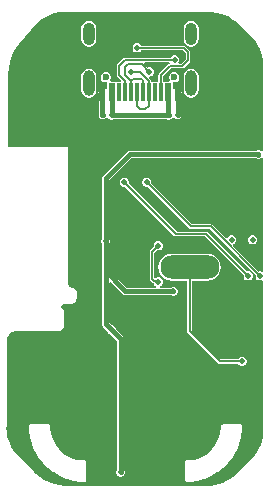
<source format=gbl>
G04*
G04 #@! TF.GenerationSoftware,Altium Limited,Altium Designer,21.7.2 (23)*
G04*
G04 Layer_Physical_Order=2*
G04 Layer_Color=16711680*
%FSLAX25Y25*%
%MOIN*%
G70*
G04*
G04 #@! TF.SameCoordinates,D0A3D993-BCFD-4162-BC10-8A45587FADB4*
G04*
G04*
G04 #@! TF.FilePolarity,Positive*
G04*
G01*
G75*
%ADD21R,0.02362X0.05906*%
%ADD22R,0.01181X0.05906*%
%ADD52C,0.01500*%
%ADD53C,0.00500*%
%ADD55O,0.19685X0.07874*%
%ADD56C,0.02362*%
%ADD57O,0.03937X0.08661*%
%ADD58O,0.03937X0.07480*%
%ADD59C,0.02000*%
%ADD60C,0.02559*%
G36*
X69858Y160000D02*
X69858Y160000D01*
X69858Y160000D01*
X70612Y159965D01*
X72105Y159748D01*
X73571Y159385D01*
X74993Y158880D01*
X76359Y158238D01*
X77656Y157465D01*
X78871Y156569D01*
X79992Y155558D01*
X80500Y155000D01*
X85000Y150000D01*
X85000Y150000D01*
X85357Y149557D01*
X85981Y148606D01*
X86509Y147599D01*
X86935Y146544D01*
X87256Y145453D01*
X87468Y144336D01*
X87570Y143203D01*
X87561Y142066D01*
X87500Y141500D01*
X87500Y140500D01*
X87500Y113785D01*
X87000Y113578D01*
X86818Y113760D01*
X86267Y113988D01*
X85670D01*
X85154Y113775D01*
X43000D01*
X42512Y113678D01*
X42099Y113401D01*
X34099Y105401D01*
X33823Y104988D01*
X33726Y104500D01*
Y84343D01*
X33500Y83798D01*
Y83202D01*
X33726Y82657D01*
Y73500D01*
Y56000D01*
X33823Y55512D01*
X34099Y55099D01*
X35503Y53695D01*
X35728Y53150D01*
X36150Y52728D01*
X36464Y52599D01*
X38726Y50337D01*
Y7343D01*
X38500Y6798D01*
Y6202D01*
X38728Y5650D01*
X39150Y5228D01*
X39702Y5000D01*
X40298D01*
X40850Y5228D01*
X41272Y5650D01*
X41500Y6202D01*
Y6798D01*
X41274Y7343D01*
Y50865D01*
X41177Y51352D01*
X40901Y51766D01*
X38500Y54167D01*
Y54298D01*
X38272Y54850D01*
X37850Y55272D01*
X37305Y55497D01*
X36274Y56528D01*
Y69770D01*
X36736Y69961D01*
X40760Y65937D01*
X41174Y65661D01*
X41661Y65564D01*
X56819D01*
X57363Y65339D01*
X57960D01*
X58511Y65567D01*
X58933Y65989D01*
X59161Y66540D01*
Y67137D01*
X58933Y67688D01*
X58511Y68110D01*
X57960Y68339D01*
X57363D01*
X56819Y68113D01*
X53171D01*
X53071Y68613D01*
X53350Y68728D01*
X53772Y69150D01*
X54000Y69702D01*
Y70298D01*
X53772Y70850D01*
X53350Y71272D01*
X52798Y71500D01*
X52202D01*
X51765Y71319D01*
X51402Y71479D01*
X51265Y71593D01*
Y79683D01*
X52117Y80535D01*
X52202Y80500D01*
X52798D01*
X53350Y80728D01*
X53772Y81150D01*
X54000Y81702D01*
Y82298D01*
X53772Y82850D01*
X53350Y83272D01*
X52798Y83500D01*
X52202D01*
X51650Y83272D01*
X51228Y82850D01*
X51000Y82298D01*
Y81702D01*
X51035Y81617D01*
X49959Y80541D01*
X49793Y80293D01*
X49735Y80000D01*
Y71000D01*
X49793Y70707D01*
X49959Y70459D01*
X50722Y69697D01*
X50970Y69531D01*
X51080Y69509D01*
X51228Y69150D01*
X51650Y68728D01*
X51929Y68613D01*
X51829Y68113D01*
X42189D01*
X36274Y74028D01*
Y82657D01*
X36500Y83202D01*
Y83798D01*
X36274Y84343D01*
Y103972D01*
X43528Y111225D01*
X85110D01*
X85119Y111216D01*
X85670Y110988D01*
X86267D01*
X86818Y111216D01*
X87000Y111398D01*
X87500Y111191D01*
X87500Y73751D01*
X87000Y73417D01*
X86798Y73500D01*
X86202D01*
X86117Y73465D01*
X77528Y82054D01*
X77645Y82644D01*
X77850Y82728D01*
X78272Y83150D01*
X78500Y83702D01*
Y84298D01*
X78272Y84850D01*
X77850Y85272D01*
X77298Y85500D01*
X76702D01*
X76150Y85272D01*
X75728Y84850D01*
X75644Y84645D01*
X75054Y84528D01*
X70541Y89041D01*
X70293Y89206D01*
X70000Y89265D01*
X63797D01*
X50205Y102857D01*
X50240Y102942D01*
Y103539D01*
X50012Y104090D01*
X49590Y104512D01*
X49038Y104740D01*
X48442D01*
X47890Y104512D01*
X47469Y104090D01*
X47240Y103539D01*
Y102942D01*
X47469Y102391D01*
X47890Y101969D01*
X48442Y101740D01*
X49038D01*
X49123Y101775D01*
X62940Y87959D01*
X63188Y87793D01*
X63480Y87735D01*
X69683D01*
X85035Y72383D01*
X85000Y72298D01*
Y71702D01*
X85228Y71150D01*
X85650Y70728D01*
X86202Y70500D01*
X86798D01*
X87000Y70583D01*
X87500Y70249D01*
X87500Y21142D01*
X87500Y21142D01*
X87547Y20526D01*
X87519Y19291D01*
X87370Y18065D01*
X87102Y16860D01*
X86717Y15686D01*
X86218Y14556D01*
X85612Y13480D01*
X84903Y12468D01*
X84500Y12000D01*
X79000Y6500D01*
X78547Y6000D01*
X77548Y5093D01*
X76464Y4288D01*
X75307Y3594D01*
X74088Y3016D01*
X72817Y2561D01*
X71509Y2232D01*
X70174Y2034D01*
X69500Y2000D01*
X24142D01*
X24142Y2000D01*
X23252Y1944D01*
X21470Y2007D01*
X19703Y2245D01*
X17967Y2654D01*
X16280Y3232D01*
X14658Y3972D01*
X13116Y4868D01*
X11669Y5910D01*
X11000Y6500D01*
X5500Y12500D01*
X5500D01*
X5059Y12977D01*
X4275Y14014D01*
X3596Y15123D01*
X3030Y16292D01*
X2581Y17512D01*
X2253Y18769D01*
X2050Y20053D01*
X1974Y21351D01*
X2000Y22000D01*
X2000Y50500D01*
X2000Y50500D01*
X2038Y50985D01*
X2115Y51375D01*
X2341Y51921D01*
X2670Y52413D01*
X3087Y52830D01*
X3579Y53159D01*
X4125Y53385D01*
X4704Y53500D01*
X5000Y53500D01*
X20000Y53500D01*
X20195Y53519D01*
X20556Y53668D01*
X20831Y53944D01*
X20981Y54305D01*
X21000Y54500D01*
X21000Y62500D01*
X23000D01*
X23488Y62548D01*
X24389Y62921D01*
X25079Y63611D01*
X25452Y64512D01*
X25500Y65000D01*
X25500Y66500D01*
X25500Y66500D01*
X25500Y66500D01*
X25500Y66501D01*
X25471Y66793D01*
X25405Y66952D01*
X25247Y67333D01*
X24833Y67747D01*
X24293Y67971D01*
X24000Y68000D01*
X24000Y68000D01*
X23702Y68000D01*
X23150Y68228D01*
X22728Y68650D01*
X22500Y69202D01*
X22500Y69500D01*
Y115000D01*
X2500D01*
Y138500D01*
X2500Y138500D01*
X2500D01*
X2507Y139406D01*
X2698Y141208D01*
X3065Y142982D01*
X3604Y144713D01*
X4310Y146381D01*
X5176Y147973D01*
X6194Y149472D01*
X7355Y150864D01*
X8000Y151500D01*
X10000Y154000D01*
X10000Y154000D01*
Y154000D01*
X10454Y154605D01*
X11476Y155720D01*
X12603Y156730D01*
X13823Y157624D01*
X15125Y158394D01*
X16496Y159033D01*
X17924Y159534D01*
X19393Y159893D01*
X20142Y160000D01*
X23000Y160000D01*
X69858Y160000D01*
D02*
G37*
%LPC*%
G36*
X63528Y157056D02*
X62564Y156865D01*
X61748Y156319D01*
X61202Y155502D01*
X61011Y154539D01*
Y150996D01*
X61202Y150033D01*
X61748Y149216D01*
X62564Y148671D01*
X63528Y148479D01*
X64491Y148671D01*
X65307Y149216D01*
X65853Y150033D01*
X66044Y150996D01*
Y154539D01*
X65853Y155502D01*
X65307Y156319D01*
X64491Y156865D01*
X63528Y157056D01*
D02*
G37*
G36*
X29472D02*
X28509Y156865D01*
X27693Y156319D01*
X27147Y155502D01*
X26956Y154539D01*
Y150996D01*
X27147Y150033D01*
X27693Y149216D01*
X28509Y148671D01*
X29472Y148479D01*
X30436Y148671D01*
X31252Y149216D01*
X31798Y150033D01*
X31989Y150996D01*
Y154539D01*
X31798Y155502D01*
X31252Y156319D01*
X30436Y156865D01*
X29472Y157056D01*
D02*
G37*
G36*
X45798Y149500D02*
X45202D01*
X44650Y149272D01*
X44228Y148850D01*
X44000Y148298D01*
Y147702D01*
X44228Y147150D01*
X44650Y146728D01*
X45202Y146500D01*
X45798D01*
X46350Y146728D01*
X46772Y147150D01*
X46807Y147235D01*
X60683D01*
X61735Y146183D01*
Y144317D01*
X60183Y142765D01*
X59539D01*
X59319Y143265D01*
X59500Y143702D01*
Y144298D01*
X59272Y144850D01*
X58850Y145272D01*
X58298Y145500D01*
X57702D01*
X57150Y145272D01*
X56728Y144850D01*
X56693Y144765D01*
X41500D01*
X41500Y144765D01*
X41207Y144706D01*
X40959Y144541D01*
X38959Y142541D01*
X38794Y142293D01*
X38735Y142000D01*
Y139000D01*
X38794Y138707D01*
X38959Y138459D01*
X40224Y137194D01*
X40033Y136732D01*
X36699D01*
X36492Y137232D01*
X36508Y137249D01*
X36764Y137866D01*
Y138535D01*
X36508Y139153D01*
X36035Y139626D01*
X35417Y139882D01*
X34748D01*
X34130Y139626D01*
X33658Y139153D01*
X33402Y138535D01*
Y137866D01*
X33658Y137249D01*
X34130Y136776D01*
X34748Y136520D01*
X35370D01*
Y134256D01*
X34870Y134104D01*
X34852Y134132D01*
X34803Y134181D01*
X34389Y134457D01*
X33902Y134554D01*
X33414Y134457D01*
X33000Y134181D01*
X32724Y133767D01*
X32627Y133280D01*
X32676Y133032D01*
Y125549D01*
X32773Y125062D01*
X33050Y124648D01*
X33099Y124599D01*
X33512Y124322D01*
X34000Y124225D01*
X34488Y124322D01*
X34901Y124599D01*
X35091Y124883D01*
X35552Y124896D01*
X35638Y124869D01*
X35728Y124650D01*
X36150Y124228D01*
X36702Y124000D01*
X37298D01*
X37843Y124225D01*
X55157D01*
X55702Y124000D01*
X56298D01*
X56850Y124228D01*
X57272Y124650D01*
X57362Y124869D01*
X57448Y124896D01*
X57909Y124883D01*
X58099Y124599D01*
X58512Y124322D01*
X59000Y124225D01*
X59488Y124322D01*
X59901Y124599D01*
X59950Y124648D01*
X60227Y125062D01*
X60324Y125549D01*
Y133032D01*
X60373Y133280D01*
X60276Y133767D01*
X60000Y134181D01*
X59586Y134457D01*
X59098Y134554D01*
X58611Y134457D01*
X58197Y134181D01*
X58148Y134132D01*
X58130Y134104D01*
X57630Y134256D01*
Y136520D01*
X58252D01*
X58870Y136776D01*
X59342Y137249D01*
X59598Y137866D01*
Y138535D01*
X59342Y139153D01*
X58870Y139626D01*
X58252Y139882D01*
X57583D01*
X56965Y139626D01*
X56492Y139153D01*
X56236Y138535D01*
Y137866D01*
X56492Y137249D01*
X56508Y137232D01*
X56301Y136732D01*
X54154D01*
Y138573D01*
X56817Y141235D01*
X60500D01*
X60793Y141294D01*
X61041Y141459D01*
X63041Y143459D01*
X63206Y143707D01*
X63265Y144000D01*
X63265Y144000D01*
Y146500D01*
X63206Y146793D01*
X63041Y147041D01*
X61541Y148541D01*
X61293Y148706D01*
X61000Y148765D01*
X46807D01*
X46772Y148850D01*
X46350Y149272D01*
X45798Y149500D01*
D02*
G37*
G36*
X63528Y141111D02*
X62564Y140920D01*
X61748Y140374D01*
X61202Y139558D01*
X61011Y138594D01*
Y133870D01*
X61202Y132907D01*
X61748Y132090D01*
X62564Y131545D01*
X63528Y131353D01*
X64491Y131545D01*
X65307Y132090D01*
X65853Y132907D01*
X66044Y133870D01*
Y138594D01*
X65853Y139558D01*
X65307Y140374D01*
X64491Y140920D01*
X63528Y141111D01*
D02*
G37*
G36*
X29472D02*
X28509Y140920D01*
X27693Y140374D01*
X27147Y139558D01*
X26956Y138594D01*
Y133870D01*
X27147Y132907D01*
X27693Y132090D01*
X28509Y131545D01*
X29472Y131353D01*
X30436Y131545D01*
X31252Y132090D01*
X31798Y132907D01*
X31989Y133870D01*
Y138594D01*
X31798Y139558D01*
X31252Y140374D01*
X30436Y140920D01*
X29472Y141111D01*
D02*
G37*
G36*
X84298Y85500D02*
X83702D01*
X83150Y85272D01*
X82728Y84850D01*
X82500Y84298D01*
Y83702D01*
X82728Y83150D01*
X83150Y82728D01*
X83702Y82500D01*
X84298D01*
X84850Y82728D01*
X85272Y83150D01*
X85500Y83702D01*
Y84298D01*
X85272Y84850D01*
X84850Y85272D01*
X84298Y85500D01*
D02*
G37*
G36*
X41558Y104760D02*
X40962D01*
X40410Y104532D01*
X39988Y104110D01*
X39760Y103558D01*
Y102962D01*
X39988Y102410D01*
X40410Y101988D01*
X40962Y101760D01*
X41558D01*
X41643Y101795D01*
X57979Y85459D01*
X58227Y85294D01*
X58520Y85235D01*
X68183D01*
X81035Y72383D01*
X81000Y72298D01*
Y71702D01*
X81228Y71150D01*
X81650Y70728D01*
X82202Y70500D01*
X82798D01*
X83350Y70728D01*
X83772Y71150D01*
X84000Y71702D01*
Y72298D01*
X83772Y72850D01*
X83350Y73272D01*
X82798Y73500D01*
X82202D01*
X82117Y73465D01*
X69041Y86541D01*
X68793Y86707D01*
X68500Y86765D01*
X58836D01*
X42725Y102876D01*
X42760Y102962D01*
Y103558D01*
X42531Y104110D01*
X42110Y104532D01*
X41558Y104760D01*
D02*
G37*
G36*
X68906Y79428D02*
X57095D01*
X55936Y79276D01*
X54857Y78829D01*
X53930Y78117D01*
X53219Y77190D01*
X52772Y76111D01*
X52619Y74953D01*
X52772Y73795D01*
X53219Y72715D01*
X53930Y71788D01*
X54857Y71077D01*
X55936Y70630D01*
X57095Y70477D01*
X62235D01*
Y53500D01*
X62293Y53207D01*
X62459Y52959D01*
X72459Y42959D01*
X72459Y42959D01*
X72707Y42794D01*
X73000Y42735D01*
X73000Y42735D01*
X79193D01*
X79228Y42650D01*
X79650Y42228D01*
X80202Y42000D01*
X80798D01*
X81350Y42228D01*
X81772Y42650D01*
X82000Y43202D01*
Y43798D01*
X81772Y44350D01*
X81350Y44772D01*
X80798Y45000D01*
X80202D01*
X79650Y44772D01*
X79228Y44350D01*
X79193Y44265D01*
X73317D01*
X63765Y53817D01*
Y70477D01*
X68906D01*
X70064Y70630D01*
X71143Y71077D01*
X72070Y71788D01*
X72781Y72715D01*
X73228Y73795D01*
X73381Y74953D01*
X73228Y76111D01*
X72781Y77190D01*
X72070Y78117D01*
X71143Y78829D01*
X70064Y79276D01*
X68906Y79428D01*
D02*
G37*
G36*
X80000Y22541D02*
X74000D01*
X73816Y22465D01*
X73630Y22395D01*
X73626Y22386D01*
X73617Y22383D01*
X73541Y22199D01*
X73459Y22018D01*
X73434Y21259D01*
X73238Y19765D01*
X72850Y18317D01*
X72276Y16932D01*
X71527Y15634D01*
X70614Y14446D01*
X69555Y13386D01*
X68366Y12473D01*
X67068Y11724D01*
X65683Y11150D01*
X64235Y10763D01*
X62740Y10566D01*
X61982Y10541D01*
X61801Y10459D01*
X61617Y10383D01*
X61614Y10374D01*
X61605Y10370D01*
X61535Y10184D01*
X61459Y10000D01*
Y4000D01*
X61617Y3617D01*
X62000Y3459D01*
X63180D01*
X63214Y3473D01*
X63250Y3463D01*
X65590Y3771D01*
X65622Y3790D01*
X65659Y3785D01*
X67938Y4396D01*
X67968Y4419D01*
X68005D01*
X70185Y5322D01*
X70212Y5348D01*
X70249Y5353D01*
X72292Y6533D01*
X72315Y6562D01*
X72351Y6572D01*
X74223Y8009D01*
X74242Y8041D01*
X74276Y8055D01*
X75945Y9724D01*
X75959Y9758D01*
X75991Y9777D01*
X77428Y11649D01*
X77438Y11685D01*
X77467Y11708D01*
X78647Y13751D01*
X78652Y13788D01*
X78678Y13815D01*
X79581Y15995D01*
Y16032D01*
X79604Y16062D01*
X80215Y18341D01*
X80210Y18378D01*
X80229Y18410D01*
X80537Y20750D01*
X80527Y20786D01*
X80541Y20820D01*
Y22000D01*
X80383Y22383D01*
X80000Y22541D01*
D02*
G37*
G36*
X16000D02*
X10000D01*
X9617Y22383D01*
X9459Y22000D01*
Y20820D01*
X9473Y20786D01*
X9463Y20750D01*
X9771Y18410D01*
X9790Y18378D01*
X9785Y18341D01*
X10396Y16062D01*
X10419Y16032D01*
Y15995D01*
X11322Y13815D01*
X11348Y13788D01*
X11353Y13751D01*
X12533Y11708D01*
X12562Y11685D01*
X12572Y11649D01*
X14008Y9777D01*
X14041Y9758D01*
X14055Y9724D01*
X15724Y8055D01*
X15758Y8041D01*
X15777Y8009D01*
X17649Y6572D01*
X17685Y6562D01*
X17708Y6533D01*
X19751Y5353D01*
X19788Y5348D01*
X19815Y5322D01*
X21995Y4419D01*
X22032D01*
X22062Y4396D01*
X24341Y3785D01*
X24378Y3790D01*
X24410Y3771D01*
X26750Y3463D01*
X26786Y3473D01*
X26820Y3459D01*
X28000D01*
X28383Y3617D01*
X28541Y4000D01*
Y10000D01*
X28465Y10184D01*
X28395Y10370D01*
X28386Y10374D01*
X28383Y10383D01*
X28199Y10459D01*
X28018Y10541D01*
X27259Y10566D01*
X25765Y10763D01*
X24317Y11150D01*
X22932Y11724D01*
X21634Y12473D01*
X20446Y13386D01*
X19386Y14446D01*
X18473Y15634D01*
X17724Y16932D01*
X17150Y18317D01*
X16762Y19765D01*
X16566Y21259D01*
X16541Y22018D01*
X16459Y22199D01*
X16383Y22383D01*
X16374Y22386D01*
X16370Y22395D01*
X16184Y22465D01*
X16000Y22541D01*
D02*
G37*
%LPD*%
G36*
X56352Y142735D02*
X56207Y142707D01*
X55959Y142541D01*
X55959Y142541D01*
X52849Y139430D01*
X52683Y139182D01*
X52625Y138890D01*
Y136732D01*
X50217D01*
Y137047D01*
X50159Y137340D01*
X49994Y137588D01*
X49581Y138000D01*
X49788Y138500D01*
X49798D01*
X50350Y138728D01*
X50772Y139150D01*
X51000Y139702D01*
Y140298D01*
X50772Y140850D01*
X50350Y141272D01*
X49798Y141500D01*
X49202D01*
X49117Y141465D01*
X47846Y142735D01*
X48053Y143235D01*
X56303D01*
X56352Y142735D01*
D02*
G37*
D21*
X37051Y133280D02*
D03*
X33902D02*
D03*
X59098D02*
D03*
X55949D02*
D03*
D22*
X39610D02*
D03*
X41579D02*
D03*
X43547D02*
D03*
X53390D02*
D03*
X51421D02*
D03*
X49453D02*
D03*
X47484D02*
D03*
X45516D02*
D03*
D52*
X40000Y6500D02*
Y50865D01*
X37000Y53865D02*
X40000Y50865D01*
X37000Y53865D02*
Y54000D01*
X35000Y56000D02*
X37000Y54000D01*
X35000Y56000D02*
Y73500D01*
Y83500D02*
Y104500D01*
Y73500D02*
Y83500D01*
X85957Y112500D02*
X85969Y112488D01*
X43000Y112500D02*
X85957D01*
X35000Y104500D02*
X43000Y112500D01*
X35000Y73500D02*
X41661Y66839D01*
X57661D01*
X37000Y125500D02*
X56000D01*
X59049Y125549D02*
Y133230D01*
X59000Y125500D02*
X59049Y125549D01*
Y133230D02*
X59098Y133280D01*
X55974Y125526D02*
Y133254D01*
X55949Y133280D02*
X55974Y133254D01*
Y125526D02*
X56000Y125500D01*
X33951Y125549D02*
X34000Y125500D01*
X33902Y133280D02*
X33951Y133230D01*
Y125549D02*
Y133230D01*
X37026Y125526D02*
Y133254D01*
X37000Y125500D02*
X37026Y125526D01*
Y133254D02*
X37051Y133280D01*
D53*
X63000Y53500D02*
Y74953D01*
X73000Y43500D02*
X80500D01*
X63000Y53500D02*
X73000Y43500D01*
X58520Y86000D02*
X68500D01*
X82500Y72000D01*
X70000Y88500D02*
X86500Y72000D01*
X63480Y88500D02*
X70000D01*
X48740Y103240D02*
X63480Y88500D01*
X41260Y103260D02*
X58520Y86000D01*
X51263Y70237D02*
X52263D01*
X52500Y70000D01*
X50500Y71000D02*
X51263Y70237D01*
X50500Y71000D02*
Y80000D01*
X52500Y82000D01*
X39500Y142000D02*
X41500Y144000D01*
X39500Y139000D02*
Y142000D01*
Y139000D02*
X41579Y136921D01*
Y133280D02*
Y136921D01*
X42500Y142500D02*
X47000D01*
X49500Y140000D01*
X41500Y141500D02*
X42500Y142500D01*
X41500Y139094D02*
Y141500D01*
Y139094D02*
X43547Y137047D01*
X41500Y144000D02*
X58000D01*
X43500Y140000D02*
X46500D01*
X49453Y133280D02*
Y137047D01*
X46500Y140000D02*
X49453Y137047D01*
Y128746D02*
Y133280D01*
X48207Y127500D02*
X49453Y128746D01*
X46532Y127500D02*
X48207D01*
X45516Y128516D02*
X46532Y127500D01*
X45516Y128516D02*
Y133280D01*
X62500Y144000D02*
Y146500D01*
X60500Y142000D02*
X62500Y144000D01*
X56500Y142000D02*
X60500D01*
X61000Y148000D02*
X62500Y146500D01*
X45500Y148000D02*
X61000D01*
X53390Y138890D02*
X56500Y142000D01*
X53390Y133280D02*
Y138890D01*
X47484Y133280D02*
Y137016D01*
X47000Y137500D02*
X47484Y137016D01*
X44000Y137500D02*
X47000D01*
X43547Y137047D02*
X44000Y137500D01*
X43547Y133280D02*
Y137047D01*
D55*
X63000Y40307D02*
D03*
Y74953D02*
D03*
D56*
X57917Y138201D02*
D03*
X35083D02*
D03*
D03*
X57917D02*
D03*
D57*
X29472Y136232D02*
D03*
X63528D02*
D03*
D03*
X29472D02*
D03*
D58*
X63528Y152768D02*
D03*
X29472D02*
D03*
D03*
X63528D02*
D03*
D59*
X84000Y84000D02*
D03*
X77000D02*
D03*
X48000Y79000D02*
D03*
X24500Y90500D02*
D03*
X29000Y83500D02*
D03*
X26500Y72500D02*
D03*
X36500Y41000D02*
D03*
X63000Y30500D02*
D03*
X78000Y36500D02*
D03*
Y26500D02*
D03*
X70000Y19500D02*
D03*
X22500Y20000D02*
D03*
X4000Y22000D02*
D03*
X24500Y100500D02*
D03*
X34000Y117000D02*
D03*
X24500D02*
D03*
X5500D02*
D03*
Y141000D02*
D03*
X19500Y157000D02*
D03*
X68000Y123500D02*
D03*
X72500Y135941D02*
D03*
X77000Y152500D02*
D03*
Y144000D02*
D03*
X82032Y91125D02*
D03*
X71742Y98750D02*
D03*
X61500Y105750D02*
D03*
X56500Y91000D02*
D03*
X45000Y103000D02*
D03*
X31500Y90500D02*
D03*
X32000Y75000D02*
D03*
X41000Y60000D02*
D03*
X37000Y46000D02*
D03*
X64000Y20000D02*
D03*
X36268Y28268D02*
D03*
X44500Y28500D02*
D03*
X80500Y43500D02*
D03*
X40000Y6500D02*
D03*
X37000Y54000D02*
D03*
X35000Y83500D02*
D03*
X85969Y112488D02*
D03*
X57661Y66839D02*
D03*
X86500Y72000D02*
D03*
X82500D02*
D03*
X21000Y53500D02*
D03*
Y61500D02*
D03*
X22500Y57000D02*
D03*
X48740Y103240D02*
D03*
X41260Y103260D02*
D03*
X52500Y70000D02*
D03*
Y82000D02*
D03*
X49500Y140000D02*
D03*
X43500D02*
D03*
X58000Y144000D02*
D03*
X45500Y148000D02*
D03*
X34000Y125500D02*
D03*
X59000D02*
D03*
X37000D02*
D03*
X56000D02*
D03*
D60*
X80472Y52469D02*
D03*
Y57390D02*
D03*
Y62311D02*
D03*
X70630D02*
D03*
Y57390D02*
D03*
Y52469D02*
D03*
X75551D02*
D03*
Y62311D02*
D03*
Y57390D02*
D03*
M02*

</source>
